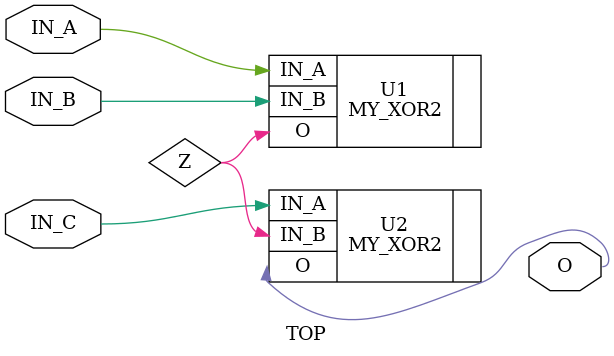
<source format=v>
module TOP(
  input IN_A, // in  : Input A
  input IN_B, // in  : Input B
  input IN_C, // in  : Input C
  output O,   // out : Output
);

  wire Z;
  
  MY_XOR2 U1(
    .IN_A (IN_A),
    .IN_B (IN_B),
    .O    (Z)
  );
  
  MY_XOR2 U2(
    .IN_A (IN_C),
    .IN_B (Z),
    .O    (O)
  );

endmodule

</source>
